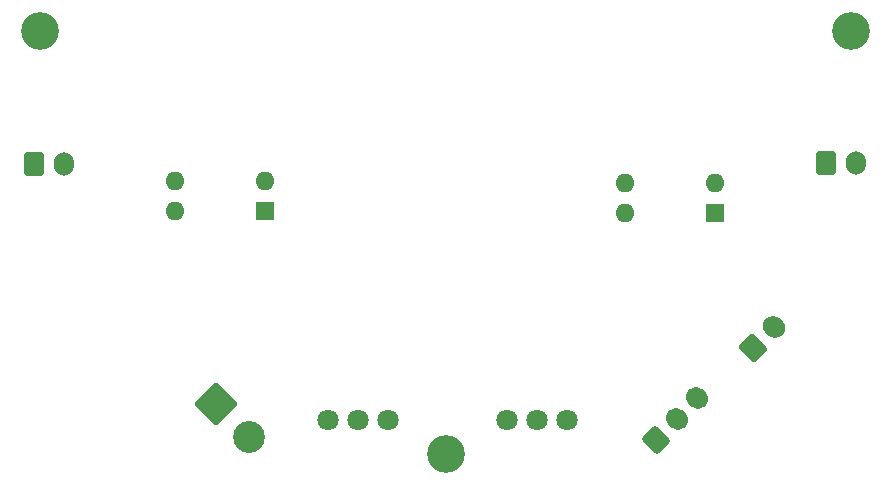
<source format=gbr>
%TF.GenerationSoftware,KiCad,Pcbnew,7.0.9*%
%TF.CreationDate,2024-12-16T15:20:58+09:00*%
%TF.ProjectId,kicker,6b69636b-6572-42e6-9b69-6361645f7063,rev?*%
%TF.SameCoordinates,Original*%
%TF.FileFunction,Soldermask,Bot*%
%TF.FilePolarity,Negative*%
%FSLAX46Y46*%
G04 Gerber Fmt 4.6, Leading zero omitted, Abs format (unit mm)*
G04 Created by KiCad (PCBNEW 7.0.9) date 2024-12-16 15:20:58*
%MOMM*%
%LPD*%
G01*
G04 APERTURE LIST*
G04 Aperture macros list*
%AMRoundRect*
0 Rectangle with rounded corners*
0 $1 Rounding radius*
0 $2 $3 $4 $5 $6 $7 $8 $9 X,Y pos of 4 corners*
0 Add a 4 corners polygon primitive as box body*
4,1,4,$2,$3,$4,$5,$6,$7,$8,$9,$2,$3,0*
0 Add four circle primitives for the rounded corners*
1,1,$1+$1,$2,$3*
1,1,$1+$1,$4,$5*
1,1,$1+$1,$6,$7*
1,1,$1+$1,$8,$9*
0 Add four rect primitives between the rounded corners*
20,1,$1+$1,$2,$3,$4,$5,0*
20,1,$1+$1,$4,$5,$6,$7,0*
20,1,$1+$1,$6,$7,$8,$9,0*
20,1,$1+$1,$8,$9,$2,$3,0*%
%AMHorizOval*
0 Thick line with rounded ends*
0 $1 width*
0 $2 $3 position (X,Y) of the first rounded end (center of the circle)*
0 $4 $5 position (X,Y) of the second rounded end (center of the circle)*
0 Add line between two ends*
20,1,$1,$2,$3,$4,$5,0*
0 Add two circle primitives to create the rounded ends*
1,1,$1,$2,$3*
1,1,$1,$4,$5*%
G04 Aperture macros list end*
%ADD10C,3.200000*%
%ADD11RoundRect,0.250001X-1.555634X0.000000X0.000000X-1.555634X1.555634X0.000000X0.000000X1.555634X0*%
%ADD12C,2.700000*%
%ADD13RoundRect,0.250000X0.106066X-0.954594X0.954594X-0.106066X-0.106066X0.954594X-0.954594X0.106066X0*%
%ADD14HorizOval,1.700000X-0.106066X0.106066X0.106066X-0.106066X0*%
%ADD15RoundRect,0.250000X-0.600000X-0.750000X0.600000X-0.750000X0.600000X0.750000X-0.600000X0.750000X0*%
%ADD16O,1.700000X2.000000*%
%ADD17R,1.600000X1.600000*%
%ADD18O,1.600000X1.600000*%
%ADD19RoundRect,0.250000X0.088388X-0.936916X0.936916X-0.088388X-0.088388X0.936916X-0.936916X0.088388X0*%
%ADD20HorizOval,1.700000X-0.088388X0.088388X0.088388X-0.088388X0*%
%ADD21C,1.800000*%
G04 APERTURE END LIST*
D10*
%TO.C,REF\u002A\u002A*%
X183670000Y-79850000D03*
%TD*%
D11*
%TO.C,J1*%
X164160000Y-75660000D03*
D12*
X166960143Y-78460143D03*
%TD*%
D13*
%TO.C,J4*%
X209640000Y-70880000D03*
D14*
X211407767Y-69112233D03*
%TD*%
D10*
%TO.C,REF\u002A\u002A*%
X149310000Y-44090000D03*
%TD*%
%TO.C,REF\u002A\u002A*%
X217960000Y-44030000D03*
%TD*%
D15*
%TO.C,C1*%
X148820000Y-55370000D03*
D16*
X151320000Y-55370000D03*
%TD*%
D17*
%TO.C,U1*%
X206430000Y-59515000D03*
D18*
X206430000Y-56975000D03*
X198810000Y-56975000D03*
X198810000Y-59515000D03*
%TD*%
D19*
%TO.C,J3*%
X201430000Y-78660000D03*
D20*
X203197767Y-76892233D03*
X204965534Y-75124466D03*
%TD*%
D21*
%TO.C,Q1*%
X173720000Y-77031000D03*
X176260000Y-77031000D03*
X178800000Y-77031000D03*
%TD*%
D15*
%TO.C,C2*%
X215890000Y-55280000D03*
D16*
X218390000Y-55280000D03*
%TD*%
D21*
%TO.C,Q3*%
X188830000Y-76980000D03*
X191370000Y-76980000D03*
X193910000Y-76980000D03*
%TD*%
D17*
%TO.C,U2*%
X168360000Y-59320000D03*
D18*
X168360000Y-56780000D03*
X160740000Y-56780000D03*
X160740000Y-59320000D03*
%TD*%
M02*

</source>
